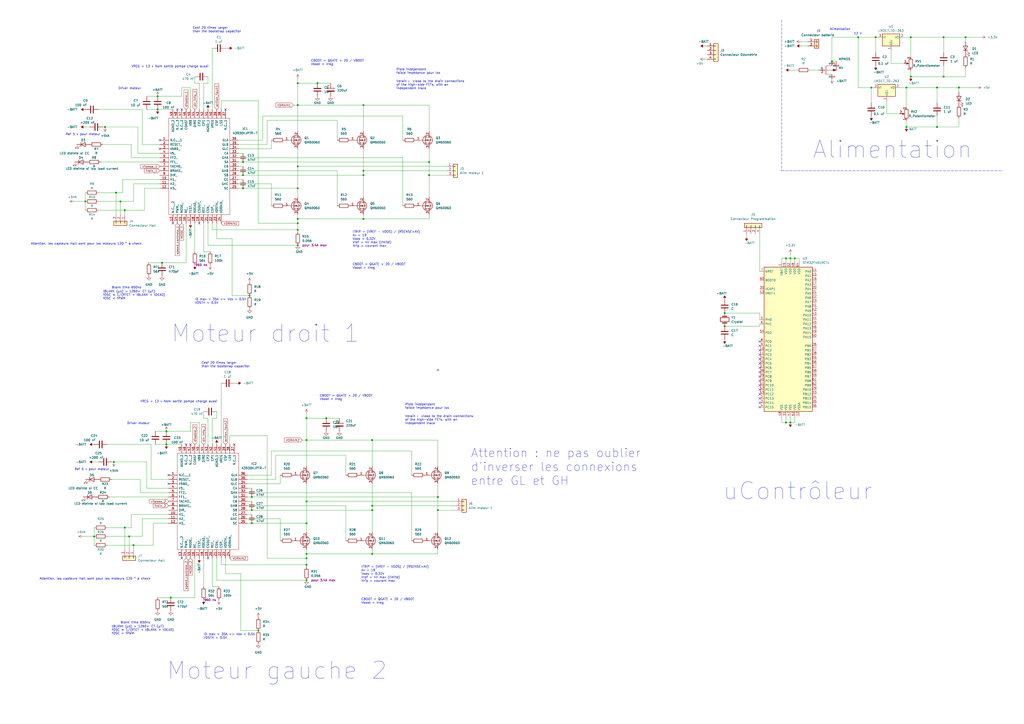
<source format=kicad_sch>
(kicad_sch (version 20211123) (generator eeschema)
  (paper "A2")
  (junction (at 54.61 311.15))
  (junction (at 248.92 93.98))
  (junction (at 215.9 295.91))
  (junction (at 543.56 50.8))
  (junction (at 74.93 311.15))
  (junction (at 505.46 50.8))
  (junction (at 91.44 63.5))
  (junction (at 210.82 101.6))
  (junction (at 172.72 133.35))
  (junction (at 461.01 149.86))
  (junction (at 177.8 327.66))
  (junction (at 69.85 116.84))
  (junction (at 458.47 245.11))
  (junction (at 528.32 21.59))
  (junction (at 172.72 129.54))
  (junction (at 149.86 365.76))
  (junction (at 172.72 48.26))
  (junction (at 172.72 142.24))
  (junction (at 49.53 116.84))
  (junction (at 254 295.91))
  (junction (at 172.72 96.52))
  (junction (at 248.92 101.6))
  (junction (at 172.72 60.96))
  (junction (at 177.8 255.27))
  (junction (at 177.8 323.85))
  (junction (at 93.98 152.4))
  (junction (at 177.8 290.83))
  (junction (at 543.56 73.66))
  (junction (at 146.05 288.29))
  (junction (at 254 288.29))
  (junction (at 420.37 181.61))
  (junction (at 67.31 111.76))
  (junction (at 455.93 245.11))
  (junction (at 556.26 50.8))
  (junction (at 455.93 149.86))
  (junction (at 96.52 257.81))
  (junction (at 172.72 127))
  (junction (at 189.23 242.57))
  (junction (at 528.32 44.45))
  (junction (at 140.97 93.98))
  (junction (at 525.78 73.66))
  (junction (at 184.15 48.26))
  (junction (at 525.78 50.8))
  (junction (at 96.52 250.19))
  (junction (at 210.82 127))
  (junction (at 508 21.59))
  (junction (at 146.05 303.53))
  (junction (at 140.97 101.6))
  (junction (at 146.05 295.91))
  (junction (at 140.97 109.22))
  (junction (at 66.04 267.97))
  (junction (at 215.9 321.31))
  (junction (at 458.47 149.86))
  (junction (at 172.72 109.22))
  (junction (at 215.9 293.37))
  (junction (at 547.37 44.45))
  (junction (at 177.8 321.31))
  (junction (at 560.07 21.59))
  (junction (at 482.6 35.56))
  (junction (at 72.39 121.92))
  (junction (at 210.82 99.06))
  (junction (at 177.8 242.57))
  (junction (at 177.8 336.55))
  (junction (at 420.37 189.23))
  (junction (at 497.84 21.59))
  (junction (at 210.82 60.96))
  (junction (at 60.96 73.66))
  (junction (at 77.47 316.23))
  (junction (at 72.39 306.07))
  (junction (at 215.9 255.27))
  (junction (at 99.06 346.71))
  (junction (at 91.44 55.88))
  (junction (at 177.8 303.53))
  (junction (at 144.78 171.45))
  (junction (at 547.37 21.59))
  (no_connect (at 107.95 257.81))
  (no_connect (at 120.65 323.85))
  (no_connect (at 135.89 257.81))
  (no_connect (at 97.79 275.59))
  (no_connect (at 105.41 323.85))
  (no_connect (at 92.71 86.36))
  (no_connect (at 92.71 81.28))
  (no_connect (at 115.57 129.54))
  (no_connect (at 440.69 236.22))
  (no_connect (at 440.69 233.68))
  (no_connect (at 440.69 231.14))
  (no_connect (at 440.69 228.6))
  (no_connect (at 440.69 226.06))
  (no_connect (at 440.69 223.52))
  (no_connect (at 440.69 220.98))
  (no_connect (at 440.69 218.44))
  (no_connect (at 440.69 215.9))
  (no_connect (at 440.69 213.36))
  (no_connect (at 440.69 210.82))
  (no_connect (at 440.69 208.28))
  (no_connect (at 440.69 205.74))
  (no_connect (at 440.69 203.2))
  (no_connect (at 440.69 200.66))
  (no_connect (at 440.69 198.12))
  (no_connect (at 105.41 63.5))
  (no_connect (at 102.87 63.5))
  (no_connect (at 254 214.63))
  (no_connect (at 130.81 63.5))
  (no_connect (at 247.65 548.64))
  (no_connect (at 100.33 129.54))
  (no_connect (at 110.49 257.81))
  (no_connect (at 97.79 280.67))
  (wire (pts (xy 410.21 34.29) (xy 408.94 34.29)))
  (wire (pts (xy 154.94 69.85) (xy 195.58 69.85)))
  (wire (pts (xy 110.49 63.5) (xy 110.49 50.8)))
  (wire (pts (xy 440.69 189.23) (xy 420.37 189.23)))
  (wire (pts (xy 92.71 104.14) (xy 71.12 104.14)))
  (wire (pts (xy 66.04 267.97) (xy 85.09 267.97)))
  (wire (pts (xy 440.69 135.89) (xy 440.69 157.48)))
  (wire (pts (xy 210.82 60.96) (xy 210.82 76.2)))
  (wire (pts (xy 233.68 91.44) (xy 233.68 119.38)))
  (wire (pts (xy 254 280.67) (xy 254 288.29)))
  (polyline (pts (xy 453.39 11.43) (xy 453.39 99.06)))
  (wire (pts (xy 113.03 323.85) (xy 113.03 346.71)))
  (wire (pts (xy 110.49 250.19) (xy 96.52 250.19)))
  (wire (pts (xy 93.98 152.4) (xy 107.95 152.4)))
  (wire (pts (xy 118.11 129.54) (xy 118.11 146.05)))
  (wire (pts (xy 547.37 44.45) (xy 528.32 44.45)))
  (wire (pts (xy 497.84 21.59) (xy 497.84 50.8)))
  (wire (pts (xy 152.4 81.28) (xy 152.4 67.31)))
  (wire (pts (xy 138.43 83.82) (xy 154.94 83.82)))
  (wire (pts (xy 76.2 91.44) (xy 76.2 83.82)))
  (wire (pts (xy 195.58 99.06) (xy 195.58 119.38)))
  (wire (pts (xy 458.47 241.3) (xy 458.47 245.11)))
  (wire (pts (xy 525.78 50.8) (xy 525.78 62.23)))
  (wire (pts (xy 172.72 127) (xy 172.72 129.54)))
  (wire (pts (xy 177.8 240.03) (xy 177.8 242.57)))
  (wire (pts (xy 57.15 116.84) (xy 69.85 116.84)))
  (wire (pts (xy 453.39 149.86) (xy 455.93 149.86)))
  (wire (pts (xy 97.79 303.53) (xy 88.9 303.53)))
  (wire (pts (xy 463.55 149.86) (xy 463.55 152.4)))
  (wire (pts (xy 54.61 267.97) (xy 57.15 267.97)))
  (wire (pts (xy 433.07 137.16) (xy 433.07 135.89)))
  (wire (pts (xy 547.37 21.59) (xy 547.37 30.48)))
  (wire (pts (xy 248.92 60.96) (xy 248.92 76.2)))
  (wire (pts (xy 254 295.91) (xy 264.16 295.91)))
  (wire (pts (xy 254 255.27) (xy 254 270.51)))
  (wire (pts (xy 49.53 116.84) (xy 49.53 121.92)))
  (wire (pts (xy 458.47 149.86) (xy 461.01 149.86)))
  (wire (pts (xy 184.15 48.26) (xy 191.77 48.26)))
  (wire (pts (xy 177.8 255.27) (xy 215.9 255.27)))
  (wire (pts (xy 210.82 99.06) (xy 259.08 99.06)))
  (wire (pts (xy 482.6 21.59) (xy 497.84 21.59)))
  (wire (pts (xy 172.72 129.54) (xy 172.72 133.35)))
  (wire (pts (xy 146.05 295.91) (xy 215.9 295.91)))
  (wire (pts (xy 96.52 257.81) (xy 105.41 257.81)))
  (wire (pts (xy 138.43 93.98) (xy 140.97 93.98)))
  (wire (pts (xy 115.57 257.81) (xy 115.57 245.11)))
  (wire (pts (xy 556.26 73.66) (xy 543.56 73.66)))
  (wire (pts (xy 172.72 45.72) (xy 172.72 48.26)))
  (wire (pts (xy 172.72 127) (xy 210.82 127)))
  (wire (pts (xy 157.48 261.62) (xy 238.76 261.62)))
  (wire (pts (xy 138.43 81.28) (xy 152.4 81.28)))
  (wire (pts (xy 88.9 303.53) (xy 88.9 316.23)))
  (wire (pts (xy 455.93 152.4) (xy 455.93 149.86)))
  (wire (pts (xy 458.47 40.64) (xy 462.28 40.64)))
  (wire (pts (xy 110.49 245.11) (xy 110.49 250.19)))
  (wire (pts (xy 120.65 48.26) (xy 118.11 48.26)))
  (wire (pts (xy 177.8 321.31) (xy 177.8 323.85)))
  (wire (pts (xy 49.53 111.76) (xy 49.53 116.84)))
  (wire (pts (xy 58.42 93.98) (xy 92.71 93.98)))
  (wire (pts (xy 556.26 50.8) (xy 556.26 53.34)))
  (wire (pts (xy 113.03 44.45) (xy 113.03 48.26)))
  (wire (pts (xy 69.85 116.84) (xy 77.47 116.84)))
  (wire (pts (xy 200.66 293.37) (xy 200.66 313.69)))
  (wire (pts (xy 215.9 255.27) (xy 254 255.27)))
  (wire (pts (xy 138.43 88.9) (xy 140.97 88.9)))
  (wire (pts (xy 516.89 36.83) (xy 524.51 36.83)))
  (wire (pts (xy 143.51 293.37) (xy 200.66 293.37)))
  (wire (pts (xy 143.51 280.67) (xy 162.56 280.67)))
  (wire (pts (xy 458.47 245.11) (xy 461.01 245.11)))
  (wire (pts (xy 123.19 27.94) (xy 123.19 63.5)))
  (wire (pts (xy 128.27 323.85) (xy 128.27 327.66)))
  (wire (pts (xy 92.71 83.82) (xy 82.55 83.82)))
  (wire (pts (xy 162.56 300.99) (xy 162.56 313.69)))
  (wire (pts (xy 99.06 346.71) (xy 113.03 346.71)))
  (wire (pts (xy 115.57 48.26) (xy 115.57 63.5)))
  (wire (pts (xy 543.56 73.66) (xy 525.78 73.66)))
  (wire (pts (xy 172.72 48.26) (xy 172.72 60.96)))
  (wire (pts (xy 86.36 152.4) (xy 93.98 152.4)))
  (wire (pts (xy 72.39 306.07) (xy 72.39 318.77)))
  (wire (pts (xy 172.72 60.96) (xy 172.72 76.2)))
  (wire (pts (xy 140.97 101.6) (xy 210.82 101.6)))
  (wire (pts (xy 162.56 280.67) (xy 162.56 275.59)))
  (wire (pts (xy 125.73 138.43) (xy 134.62 138.43)))
  (wire (pts (xy 83.82 109.22) (xy 83.82 121.92)))
  (wire (pts (xy 560.07 21.59) (xy 568.96 21.59)))
  (wire (pts (xy 238.76 261.62) (xy 238.76 275.59)))
  (wire (pts (xy 172.72 86.36) (xy 172.72 96.52)))
  (wire (pts (xy 118.11 323.85) (xy 118.11 340.36)))
  (wire (pts (xy 556.26 68.58) (xy 556.26 73.66)))
  (wire (pts (xy 71.12 111.76) (xy 67.31 111.76)))
  (wire (pts (xy 149.86 58.42) (xy 149.86 129.54)))
  (wire (pts (xy 76.2 83.82) (xy 59.69 83.82)))
  (wire (pts (xy 143.51 298.45) (xy 146.05 298.45)))
  (wire (pts (xy 138.43 96.52) (xy 140.97 96.52)))
  (wire (pts (xy 120.65 242.57) (xy 120.65 257.81)))
  (wire (pts (xy 200.66 264.16) (xy 200.66 275.59)))
  (wire (pts (xy 461.01 149.86) (xy 463.55 149.86)))
  (wire (pts (xy 560.07 39.37) (xy 560.07 44.45)))
  (wire (pts (xy 172.72 60.96) (xy 210.82 60.96)))
  (wire (pts (xy 143.51 288.29) (xy 146.05 288.29)))
  (wire (pts (xy 72.39 121.92) (xy 57.15 121.92)))
  (wire (pts (xy 143.51 285.75) (xy 238.76 285.75)))
  (wire (pts (xy 215.9 293.37) (xy 215.9 295.91)))
  (wire (pts (xy 54.61 311.15) (xy 54.61 316.23)))
  (wire (pts (xy 80.01 73.66) (xy 80.01 88.9)))
  (wire (pts (xy 91.44 63.5) (xy 100.33 63.5)))
  (wire (pts (xy 76.2 298.45) (xy 76.2 306.07)))
  (wire (pts (xy 210.82 101.6) (xy 210.82 114.3)))
  (wire (pts (xy 72.39 121.92) (xy 72.39 124.46)))
  (wire (pts (xy 482.6 35.56) (xy 485.14 35.56)))
  (wire (pts (xy 453.39 152.4) (xy 453.39 149.86)))
  (wire (pts (xy 177.8 318.77) (xy 177.8 321.31)))
  (wire (pts (xy 138.43 101.6) (xy 140.97 101.6)))
  (wire (pts (xy 125.73 242.57) (xy 123.19 242.57)))
  (wire (pts (xy 233.68 67.31) (xy 233.68 81.28)))
  (wire (pts (xy 143.51 278.13) (xy 160.02 278.13)))
  (wire (pts (xy 120.65 142.24) (xy 172.72 142.24)))
  (wire (pts (xy 525.78 69.85) (xy 525.78 73.66)))
  (wire (pts (xy 154.94 323.85) (xy 177.8 323.85)))
  (wire (pts (xy 215.9 255.27) (xy 215.9 270.51)))
  (wire (pts (xy 215.9 295.91) (xy 215.9 308.61)))
  (wire (pts (xy 508 21.59) (xy 508 30.48)))
  (wire (pts (xy 76.2 91.44) (xy 92.71 91.44)))
  (wire (pts (xy 514.35 66.04) (xy 514.35 58.42)))
  (wire (pts (xy 138.43 106.68) (xy 157.48 106.68)))
  (wire (pts (xy 524.51 21.59) (xy 528.32 21.59)))
  (wire (pts (xy 63.5 288.29) (xy 97.79 288.29)))
  (wire (pts (xy 172.72 96.52) (xy 172.72 109.22)))
  (wire (pts (xy 134.62 171.45) (xy 144.78 171.45)))
  (wire (pts (xy 138.43 86.36) (xy 157.48 86.36)))
  (wire (pts (xy 88.9 316.23) (xy 77.47 316.23)))
  (wire (pts (xy 458.47 147.32) (xy 458.47 149.86)))
  (wire (pts (xy 143.51 290.83) (xy 146.05 290.83)))
  (wire (pts (xy 143.51 283.21) (xy 146.05 283.21)))
  (wire (pts (xy 87.63 257.81) (xy 62.23 257.81)))
  (wire (pts (xy 138.43 109.22) (xy 140.97 109.22)))
  (wire (pts (xy 123.19 340.36) (xy 127 340.36)))
  (wire (pts (xy 118.11 146.05) (xy 121.92 146.05)))
  (wire (pts (xy 215.9 321.31) (xy 254 321.31)))
  (wire (pts (xy 248.92 101.6) (xy 259.08 101.6)))
  (wire (pts (xy 543.56 67.31) (xy 543.56 73.66)))
  (wire (pts (xy 59.69 73.66) (xy 60.96 73.66)))
  (wire (pts (xy 505.46 50.8) (xy 506.73 50.8)))
  (wire (pts (xy 210.82 127) (xy 248.92 127)))
  (wire (pts (xy 248.92 86.36) (xy 248.92 93.98)))
  (wire (pts (xy 81.28 278.13) (xy 64.77 278.13)))
  (wire (pts (xy 547.37 38.1) (xy 547.37 44.45)))
  (wire (pts (xy 105.41 55.88) (xy 91.44 55.88)))
  (wire (pts (xy 238.76 285.75) (xy 238.76 313.69)))
  (wire (pts (xy 455.93 245.11) (xy 458.47 245.11)))
  (wire (pts (xy 125.73 323.85) (xy 125.73 336.55)))
  (wire (pts (xy 440.69 181.61) (xy 440.69 185.42)))
  (wire (pts (xy 49.53 73.66) (xy 52.07 73.66)))
  (wire (pts (xy 528.32 40.64) (xy 528.32 44.45)))
  (wire (pts (xy 62.23 311.15) (xy 74.93 311.15)))
  (wire (pts (xy 130.81 332.74) (xy 139.7 332.74)))
  (wire (pts (xy 128.27 63.5) (xy 128.27 58.42)))
  (wire (pts (xy 123.19 133.35) (xy 172.72 133.35)))
  (wire (pts (xy 146.05 303.53) (xy 177.8 303.53)))
  (wire (pts (xy 505.46 50.8) (xy 497.84 50.8)))
  (wire (pts (xy 528.32 21.59) (xy 547.37 21.59)))
  (wire (pts (xy 128.27 222.25) (xy 128.27 257.81)))
  (wire (pts (xy 91.44 346.71) (xy 99.06 346.71)))
  (wire (pts (xy 82.55 63.5) (xy 57.15 63.5)))
  (wire (pts (xy 97.79 298.45) (xy 76.2 298.45)))
  (wire (pts (xy 90.17 250.19) (xy 96.52 250.19)))
  (wire (pts (xy 85.09 63.5) (xy 91.44 63.5)))
  (wire (pts (xy 71.12 104.14) (xy 71.12 111.76)))
  (wire (pts (xy 215.9 318.77) (xy 215.9 321.31)))
  (wire (pts (xy 120.65 44.45) (xy 120.65 48.26)))
  (wire (pts (xy 77.47 316.23) (xy 77.47 318.77)))
  (wire (pts (xy 69.85 124.46) (xy 69.85 116.84)))
  (wire (pts (xy 60.96 73.66) (xy 80.01 73.66)))
  (wire (pts (xy 469.9 40.64) (xy 474.98 40.64)))
  (wire (pts (xy 248.92 93.98) (xy 248.92 101.6)))
  (wire (pts (xy 248.92 127) (xy 248.92 124.46)))
  (wire (pts (xy 74.93 311.15) (xy 82.55 311.15)))
  (wire (pts (xy 505.46 50.8) (xy 505.46 59.69)))
  (wire (pts (xy 43.18 116.84) (xy 49.53 116.84)))
  (wire (pts (xy 157.48 275.59) (xy 157.48 261.62)))
  (wire (pts (xy 74.93 318.77) (xy 74.93 311.15)))
  (wire (pts (xy 177.8 327.66) (xy 177.8 328.93)))
  (wire (pts (xy 152.4 67.31) (xy 233.68 67.31)))
  (wire (pts (xy 115.57 245.11) (xy 110.49 245.11)))
  (wire (pts (xy 215.9 293.37) (xy 264.16 293.37)))
  (wire (pts (xy 77.47 116.84) (xy 77.47 106.68)))
  (wire (pts (xy 82.55 83.82) (xy 82.55 63.5)))
  (wire (pts (xy 83.82 121.92) (xy 72.39 121.92)))
  (wire (pts (xy 105.41 50.8) (xy 105.41 55.88)))
  (wire (pts (xy 453.39 241.3) (xy 453.39 245.11)))
  (wire (pts (xy 464.82 26.67) (xy 468.63 26.67)))
  (wire (pts (xy 508 21.59) (xy 509.27 21.59)))
  (wire (pts (xy 80.01 88.9) (xy 92.71 88.9)))
  (wire (pts (xy 113.03 129.54) (xy 113.03 146.05)))
  (wire (pts (xy 81.28 285.75) (xy 97.79 285.75)))
  (wire (pts (xy 177.8 242.57) (xy 189.23 242.57)))
  (wire (pts (xy 172.72 96.52) (xy 259.08 96.52)))
  (wire (pts (xy 92.71 109.22) (xy 83.82 109.22)))
  (wire (pts (xy 410.21 26.67) (xy 408.94 26.67)))
  (wire (pts (xy 514.35 66.04) (xy 521.97 66.04)))
  (wire (pts (xy 113.03 48.26) (xy 115.57 48.26)))
  (wire (pts (xy 157.48 106.68) (xy 157.48 119.38)))
  (wire (pts (xy 125.73 238.76) (xy 125.73 242.57)))
  (wire (pts (xy 128.27 58.42) (xy 149.86 58.42)))
  (wire (pts (xy 177.8 290.83) (xy 177.8 303.53)))
  (wire (pts (xy 177.8 303.53) (xy 177.8 308.61)))
  (wire (pts (xy 482.6 35.56) (xy 482.6 21.59)))
  (wire (pts (xy 177.8 242.57) (xy 177.8 255.27)))
  (wire (pts (xy 177.8 321.31) (xy 215.9 321.31)))
  (wire (pts (xy 497.84 21.59) (xy 508 21.59)))
  (polyline (pts (xy 453.39 99.06) (xy 581.66 99.06)))
  (wire (pts (xy 543.56 50.8) (xy 556.26 50.8)))
  (wire (pts (xy 77.47 106.68) (xy 92.71 106.68)))
  (wire (pts (xy 177.8 323.85) (xy 177.8 327.66)))
  (wire (pts (xy 170.18 60.96) (xy 172.72 60.96)))
  (wire (pts (xy 254 288.29) (xy 254 295.91)))
  (wire (pts (xy 516.89 36.83) (xy 516.89 29.21)))
  (wire (pts (xy 215.9 280.67) (xy 215.9 293.37)))
  (wire (pts (xy 172.72 124.46) (xy 172.72 127)))
  (wire (pts (xy 177.8 255.27) (xy 177.8 270.51)))
  (wire (pts (xy 154.94 252.73) (xy 154.94 323.85)))
  (wire (pts (xy 85.09 283.21) (xy 97.79 283.21)))
  (wire (pts (xy 48.26 311.15) (xy 54.61 311.15)))
  (wire (pts (xy 210.82 86.36) (xy 210.82 99.06)))
  (wire (pts (xy 143.51 275.59) (xy 157.48 275.59)))
  (wire (pts (xy 107.95 129.54) (xy 107.95 152.4)))
  (wire (pts (xy 143.51 295.91) (xy 146.05 295.91)))
  (wire (pts (xy 154.94 83.82) (xy 154.94 69.85)))
  (wire (pts (xy 123.19 242.57) (xy 123.19 257.81)))
  (wire (pts (xy 54.61 306.07) (xy 54.61 311.15)))
  (wire (pts (xy 110.49 50.8) (xy 105.41 50.8)))
  (wire (pts (xy 195.58 69.85) (xy 195.58 81.28)))
  (wire (pts (xy 543.56 50.8) (xy 543.56 59.69)))
  (wire (pts (xy 453.39 245.11) (xy 455.93 245.11)))
  (wire (pts (xy 143.51 300.99) (xy 162.56 300.99)))
  (wire (pts (xy 123.19 129.54) (xy 123.19 133.35)))
  (wire (pts (xy 143.51 303.53) (xy 146.05 303.53)))
  (wire (pts (xy 97.79 278.13) (xy 87.63 278.13)))
  (wire (pts (xy 125.73 129.54) (xy 125.73 138.43)))
  (wire (pts (xy 254 321.31) (xy 254 318.77)))
  (wire (pts (xy 140.97 93.98) (xy 248.92 93.98)))
  (wire (pts (xy 130.81 27.94) (xy 132.08 27.94)))
  (wire (pts (xy 556.26 50.8) (xy 566.42 50.8)))
  (wire (pts (xy 67.31 111.76) (xy 57.15 111.76)))
  (wire (pts (xy 248.92 101.6) (xy 248.92 114.3)))
  (wire (pts (xy 118.11 238.76) (xy 118.11 242.57)))
  (wire (pts (xy 64.77 267.97) (xy 66.04 267.97)))
  (wire (pts (xy 85.09 55.88) (xy 91.44 55.88)))
  (wire (pts (xy 177.8 280.67) (xy 177.8 290.83)))
  (wire (pts (xy 82.55 300.99) (xy 97.79 300.99)))
  (wire (pts (xy 420.37 181.61) (xy 440.69 181.61)))
  (wire (pts (xy 146.05 288.29) (xy 254 288.29)))
  (wire (pts (xy 210.82 124.46) (xy 210.82 127)))
  (wire (pts (xy 149.86 129.54) (xy 172.72 129.54)))
  (wire (pts (xy 172.72 133.35) (xy 172.72 134.62)))
  (wire (pts (xy 128.27 327.66) (xy 177.8 327.66)))
  (wire (pts (xy 77.47 316.23) (xy 62.23 316.23)))
  (wire (pts (xy 458.47 149.86) (xy 458.47 152.4)))
  (wire (pts (xy 72.39 306.07) (xy 62.23 306.07)))
  (wire (pts (xy 525.78 50.8) (xy 543.56 50.8)))
  (wire (pts (xy 455.93 149.86) (xy 458.47 149.86)))
  (wire (pts (xy 440.69 187.96) (xy 440.69 189.23)))
  (wire (pts (xy 547.37 21.59) (xy 560.07 21.59)))
  (wire (pts (xy 134.62 138.43) (xy 134.62 171.45)))
  (wire (pts (xy 138.43 99.06) (xy 195.58 99.06)))
  (wire (pts (xy 172.72 48.26) (xy 184.15 48.26)))
  (wire (pts (xy 81.28 285.75) (xy 81.28 278.13)))
  (wire (pts (xy 67.31 111.76) (xy 67.31 124.46)))
  (wire (pts (xy 157.48 86.36) (xy 157.48 81.28)))
  (wire (pts (xy 139.7 365.76) (xy 149.86 365.76)))
  (wire (pts (xy 254 295.91) (xy 254 308.61)))
  (wire (pts (xy 160.02 278.13) (xy 160.02 264.16)))
  (wire (pts (xy 140.97 109.22) (xy 172.72 109.22)))
  (wire (pts (xy 177.8 290.83) (xy 264.16 290.83)))
  (wire (pts (xy 133.35 252.73) (xy 154.94 252.73)))
  (wire (pts (xy 118.11 242.57) (xy 120.65 242.57)))
  (wire (pts (xy 125.73 336.55) (xy 177.8 336.55)))
  (wire (pts (xy 139.7 332.74) (xy 139.7 365.76)))
  (wire (pts (xy 160.02 264.16) (xy 200.66 264.16)))
  (wire (pts (xy 464.82 24.13) (xy 468.63 24.13)))
  (wire (pts (xy 118.11 48.26) (xy 118.11 63.5)))
  (wire (pts (xy 455.93 241.3) (xy 455.93 245.11)))
  (wire (pts (xy 210.82 60.96) (xy 248.92 60.96)))
  (wire (pts (xy 560.07 21.59) (xy 560.07 24.13)))
  (wire (pts (xy 521.97 50.8) (xy 525.78 50.8)))
  (wire (pts (xy 189.23 242.57) (xy 196.85 242.57)))
  (wire (pts (xy 210.82 99.06) (xy 210.82 101.6)))
  (wire (pts (xy 461.01 241.3) (xy 461.01 245.11)))
  (wire (pts (xy 133.35 257.81) (xy 133.35 252.73)))
  (wire (pts (xy 138.43 104.14) (xy 140.97 104.14)))
  (wire (pts (xy 175.26 255.27) (xy 177.8 255.27)))
  (wire (pts (xy 90.17 257.81) (xy 96.52 257.81)))
  (wire (pts (xy 560.07 44.45) (xy 547.37 44.45)))
  (wire (pts (xy 461.01 149.86) (xy 461.01 152.4)))
  (wire (pts (xy 172.72 109.22) (xy 172.72 114.3)))
  (wire (pts (xy 87.63 278.13) (xy 87.63 257.81)))
  (wire (pts (xy 76.2 306.07) (xy 72.39 306.07)))
  (wire (pts (xy 123.19 323.85) (xy 123.19 340.36)))
  (wire (pts (xy 85.09 267.97) (xy 85.09 283.21)))
  (wire (pts (xy 82.55 311.15) (xy 82.55 300.99)))
  (wire (pts (xy 138.43 91.44) (xy 233.68 91.44)))
  (wire (pts (xy 120.65 129.54) (xy 120.65 142.24)))
  (wire (pts (xy 135.89 222.25) (xy 137.16 222.25)))
  (wire (pts (xy 528.32 21.59) (xy 528.32 33.02)))
  (wire (pts (xy 130.81 323.85) (xy 130.81 332.74)))
  (text "12 V" (at 495.3 20.32 0) (effects (font (size 1.27 1.27)) (justify left bottom)))
  (text "Driver moteur " (at 73.66 246.38 0) (effects (font (size 1.27 1.27)) (justify left bottom)))
  (text "Piste indépendant \nfaible impédance pour lss\n" (at 234.95 237.49 0) (effects (font (size 1.27 1.27)) (justify left bottom)))
  (text "Attention, les capteurs Hall sont pour les moteurs 120 ° à check " (at 17.78 142.24 0) (effects (font (size 1.27 1.27)) (justify left bottom)))
  (text "tBLANK (µs) = 1260×  CT (µF)\nfOSC ≈ 1/(RTCT + tBLANK + tDEAD) \nfOSC < fPWM" (at 64.77 368.3 0) (effects (font (size 1.27 1.27)) (justify left bottom)))
  (text "Blank time 650ns" (at 64.77 167.64 0) (effects (font (size 1.27 1.27)) (justify left bottom)))
  (text "ID max = 35A => Vds = 0.5V\nVDSTH = 0.5V" (at 113.03 176.53 0) (effects (font (size 1.27 1.27)) (justify left bottom)))
  (text "VREG = 13 v Nom sortie pompe charge aussi " (at 81.28 233.68 0) (effects (font (size 1.27 1.27)) (justify left bottom)))
  (text "Vdrain :  close to the drain connections \nof the high-side FETs, with an \nindependent trace" (at 234.95 246.38 0) (effects (font (size 1.27 1.27)) (justify left bottom)))
  (text "Ref 5 v pour moteur " (at 43.18 273.05 0) (effects (font (size 1.27 1.27)) (justify left bottom)))
  (text "ID max = 35A => Vds = 0.5V\nVDSTH = 0.5V" (at 118.11 370.84 0) (effects (font (size 1.27 1.27)) (justify left bottom)))
  (text "Attention, les capteurs Hall sont pour les moteurs 120 ° à check " (at 22.86 336.55 0) (effects (font (size 1.27 1.27)) (justify left bottom)))
  (text "Ref 5 v pour moteur " (at 38.1 78.74 0) (effects (font (size 1.27 1.27)) (justify left bottom)))
  (text "Cesf 20 times larger \nthan the bootstrap capacitor" (at 116.84 213.36 0) (effects (font (size 1.27 1.27)) (justify left bottom)))
  (text "VREG = 13 v Nom sortie pompe charge aussi " (at 76.2 39.37 0) (effects (font (size 1.27 1.27)) (justify left bottom)))
  (text "ITRIP = (VREF - VOOS) / (RSENSE×AV)\nAv = 19\nVoos = 0.32V\nVref = 4V max (limité)\nItrip = courant max" (at 209.55 337.82 0) (effects (font (size 1.27 1.27)) (justify left bottom)))
  (text "CBOOT = QGATE × 20 / VBOOT\nVboot = Vreg\n" (at 185.42 232.41 0) (effects (font (size 1.27 1.27)) (justify left bottom)))
  (text "Piste indépendant \nfaible impédance pour lss\n" (at 229.87 43.18 0) (effects (font (size 1.27 1.27)) (justify left bottom)))
  (text "CBOOT = QGATE × 20 / VBOOT\nVboot = Vreg\n" (at 209.55 350.52 0) (effects (font (size 1.27 1.27)) (justify left bottom)))
  (text "Cesf 20 times larger \nthan the bootstrap capacitor" (at 111.76 19.05 0) (effects (font (size 1.27 1.27)) (justify left bottom)))
  (text "tBLANK (µs) = 1260×  CT (µF)\nfOSC ≈ 1/(RTCT + tBLANK + tDEAD) \nfOSC < fPWM" (at 59.69 173.99 0) (effects (font (size 1.27 1.27)) (justify left bottom)))
  (text "Vdrain :  close to the drain connections \nof the high-side FETs, with an \nindependent trace" (at 229.87 52.07 0) (effects (font (size 1.27 1.27)) (justify left bottom)))
  (text "Driver moteur " (at 68.58 52.07 0) (effects (font (size 1.27 1.27)) (justify left bottom)))
  (text "Moteur droit 1" (at 99.06 199.39 0) (effects (font (size 10 10)) (justify left bottom)))
  (text "uContrôleur" (at 419.1 290.83 0) (effects (font (size 10 10)) (justify left bottom)))
  (text "Attention : ne pas oublier \nd'inverser les connexions \nentre GL et GH " (at 273.05 281.94 0) (effects (font (size 5 5)) (justify left bottom)))
  (text "CBOOT = QGATE × 20 / VBOOT\nVboot = Vreg\n" (at 180.34 38.1 0) (effects (font (size 1.27 1.27)) (justify left bottom)))
  (text "Alimentation" (at 471.17 92.71 0) (effects (font (size 10 10)) (justify left bottom)))
  (text "CBOOT = QGATE × 20 / VBOOT\nVboot = Vreg\n" (at 204.47 156.21 0) (effects (font (size 1.27 1.27)) (justify left bottom)))
  (text "Blank time 650ns" (at 69.85 361.95 0) (effects (font (size 1.27 1.27)) (justify left bottom)))
  (text "Alimentation " (at 481.33 17.78 0) (effects (font (size 1.27 1.27)) (justify left bottom)))
  (text "Moteur gauche 2" (at 96.52 394.97 0) (effects (font (size 10 10)) (justify left bottom)))
  (text "ITRIP = (VREF - VOOS) / (RSENSE×AV)\nAv = 19\nVoos = 0.32V\nVref = 4V max (limité)\nItrip = courant max" (at 204.47 143.51 0) (effects (font (size 1.27 1.27)) (justify left bottom)))
  (global_label "speed_controle_2" (shape input) (at 107.95 323.85 270) (property "Intersheet References" "${INTERSHEET_REFS}" (effects hide)))
  (global_label "vitesse_1" (shape input) (at 92.71 96.52 180) (property "Intersheet References" "${INTERSHEET_REFS}" (effects hide)))
  (global_label "MODE_2" (shape input) (at 110.49 323.85 270) (property "Intersheet References" "${INTERSHEET_REFS}" (effects hide)))
  (global_label "frein_2" (shape input) (at 97.79 293.37 180) (property "Intersheet References" "${INTERSHEET_REFS}" (effects hide)))
  (global_label "VDRAIN2" (shape input) (at 175.26 255.27 180) (property "Intersheet References" "${INTERSHEET_REFS}" (effects hide)))
  (global_label "speed_controle_1" (shape input) (at 102.87 129.54 270) (property "Intersheet References" "${INTERSHEET_REFS}" (effects hide)))
  (global_label "MODE_1" (shape input) (at 105.41 129.54 270) (property "Intersheet References" "${INTERSHEET_REFS}" (effects hide)))
  (global_label "VDRAIN2" (shape input) (at 133.35 323.85 0) (property "Intersheet References" "${INTERSHEET_REFS}" (effects hide)))
  (global_label "frein_1" (shape input) (at 92.71 99.06 180) (property "Intersheet References" "${INTERSHEET_REFS}" (effects hide)))
  (global_label "dir_info_2" (shape input) (at 118.11 257.81 90) (property "Intersheet References" "${INTERSHEET_REFS}" (effects hide)))
  (global_label "vitesse_2" (shape input) (at 97.79 290.83 180) (property "Intersheet References" "${INTERSHEET_REFS}" (effects hide)))
  (global_label "disable_2" (shape input) (at 113.03 257.81 90) (property "Intersheet References" "${INTERSHEET_REFS}" (effects hide)))
  (global_label "VDRAIN1" (shape input) (at 170.18 60.96 180) (property "Intersheet References" "${INTERSHEET_REFS}" (effects hide)))
  (global_label "dir_info_1" (shape input) (at 113.03 63.5 90) (property "Intersheet References" "${INTERSHEET_REFS}" (effects hide)))
  (global_label "action_fault2" (shape input) (at 130.81 257.81 90) (property "Intersheet References" "${INTERSHEET_REFS}" (effects hide)))
  (global_label "VDRAIN1" (shape input) (at 128.27 129.54 0) (property "Intersheet References" "${INTERSHEET_REFS}" (effects hide)))
  (global_label "action_fault1" (shape input) (at 125.73 63.5 90) (property "Intersheet References" "${INTERSHEET_REFS}" (effects hide)))
  (global_label "disable_1" (shape input) (at 107.95 63.5 90) (property "Intersheet References" "${INTERSHEET_REFS}" (effects hide)))
  (symbol (lib_id "Transistor_FET:QM6006D") (at 246.38 119.38 0) (unit 1)
    (property "Reference" "Q6" (at 252.73 118.1099 0) (effects (justify left)))
    (property "Value" "QM6006D" (at 252.73 120.6499 0) (effects (justify left)))
    (property "Footprint" "Package_TO_SOT_SMD:TO-252-2" (effects hide))
    (property "Datasheet" "http://www.jaolen.com/images/pdf/QM6006D.pdf" (effects hide))
  )
  (symbol (lib_id "Device:R") (at 242.57 275.59 90) (unit 1)
    (property "Reference" "R22" (at 242.57 269.24 90))
    (property "Value" "560" (at 242.57 271.78 90))
  )
  (symbol (lib_id "Device:C") (at 420.37 177.8 0) (unit 1)
    (property "Reference" "C16" (at 424.18 176.5299 0) (effects (justify left)))
    (property "Value" "C" (at 424.18 179.0699 0) (effects (justify left)))
    (property "Footprint" "Capacitor_SMD:C_0805_2012Metric_Pad1.18x1.45mm_HandSolder" (effects hide))
  )
  (symbol (lib_id "power:-BATT") (at 132.08 27.94 270) (unit 1)
    (property "Reference" "#PWR05" (effects hide))
    (property "Value" "-BATT" (at 135.89 27.9399 90) (effects (justify left)))
  )
  (symbol (lib_id "power:+5VA") (at 43.18 116.84 90) (unit 1)
    (property "Reference" "#PWR023" (effects hide))
    (property "Value" "+5VA" (at 39.37 114.3 90) (effects (justify right)))
  )
  (symbol (lib_id "power:GND") (at 93.98 160.02 0) (unit 1)
    (property "Reference" "#PWR031" (effects hide))
    (property "Value" "GND" (at 93.98 165.1 0))
  )
  (symbol (lib_id "Connector_Generic:Conn_01x04") (at 435.61 130.81 90) (unit 1)
    (property "Reference" "J5" (at 436.88 124.46 90))
    (property "Value" "Connecteur Programmation" (at 436.88 127 90))
  )
  (symbol (lib_id "Regulator_Linear:LM317_TO-263") (at 514.35 50.8 0) (unit 1)
    (property "Reference" "U2" (at 514.35 44.45 0))
    (property "Value" "LM317_TO-263" (at 514.35 46.99 0))
    (property "Footprint" "Package_TO_SOT_SMD:TO-263-2" (effects hide))
    (property "Datasheet" "http://www.ti.com/lit/ds/symlink/lm317.pdf" (effects hide))
  )
  (symbol (lib_id "power:+BATT") (at 177.8 240.03 0) (unit 1)
    (property "Reference" "#PWR037" (effects hide))
    (property "Value" "+BATT" (at 177.8 234.95 0))
  )
  (symbol (lib_id "Device:R") (at 204.47 275.59 90) (unit 1)
    (property "Reference" "R21" (at 204.47 269.24 90))
    (property "Value" "560" (at 204.47 271.78 90))
  )
  (symbol (lib_id "Device:R") (at 53.34 121.92 90) (unit 1)
    (property "Reference" "R14" (at 53.34 124.46 90))
    (property "Value" "R" (at 53.34 127 90))
  )
  (symbol (lib_id "Device:C") (at 60.96 267.97 90) (unit 1)
    (property "Reference" "C25" (at 57.15 262.89 90))
    (property "Value" ">200 nF" (at 55.88 265.43 90))
  )
  (symbol (lib_id "power:-BATT") (at 118.11 347.98 180) (unit 1)
    (property "Reference" "#PWR050" (effects hide))
    (property "Value" "-BATT" (at 114.3 353.06 0) (effects (justify right)))
  )
  (symbol (lib_id "power:-BATT") (at 54.61 257.81 90) (unit 1)
    (property "Reference" "#PWR042" (effects hide))
    (property "Value" "-BATT" (at 46.99 257.81 90))
  )
  (symbol (lib_id "MCU_ST_STM32F4:STM32F401RCTx") (at 458.47 195.58 0) (unit 1)
    (property "Reference" "U3" (at 465.5694 149.86 0) (effects (justify left)))
    (property "Value" "STM32F401RCTx" (at 465.5694 152.4 0) (effects (justify left)))
    (property "Footprint" "Package_QFP:LQFP-64_10x10mm_P0.5mm" (effects hide))
    (property "Datasheet" "http://www.st.com/st-web-ui/static/active/en/resource/technical/document/datasheet/DM00086815.pdf" (effects hide))
  )
  (symbol (lib_id "power:+5V") (at 121.92 153.67 180) (unit 1)
    (property "Reference" "#PWR029" (effects hide))
    (property "Value" "+5V" (at 121.92 158.75 0))
  )
  (symbol (lib_id "power:-BATT") (at 528.32 44.45 180) (unit 1)
    (property "Reference" "#PWR09" (effects hide))
    (property "Value" "-BATT" (at 527.05 48.26 0) (effects (justify right)))
  )
  (symbol (lib_id "Device:LED") (at 556.26 57.15 90) (unit 1)
    (property "Reference" "D2" (at 560.07 57.4674 90) (effects (justify right)))
    (property "Value" "LED" (at 560.07 60.0074 90) (effects (justify right)))
  )
  (symbol (lib_id "power:-BATT") (at 525.78 73.66 180) (unit 1)
    (property "Reference" "#PWR022" (effects hide))
    (property "Value" "-BATT" (at 525.78 74.93 0) (effects (justify right)))
  )
  (symbol (lib_id "Device:R") (at 149.86 361.95 0) (unit 1)
    (property "Reference" "R34" (at 152.4 360.6799 0) (effects (justify left)))
    (property "Value" "R" (at 152.4 363.2199 0) (effects (justify left)))
  )
  (symbol (lib_id "power:GND") (at 184.15 55.88 0) (unit 1)
    (property "Reference" "#PWR014" (effects hide))
    (property "Value" "GND" (at 184.15 59.69 0))
  )
  (symbol (lib_id "power:-BATT") (at 420.37 173.99 0) (unit 1)
    (property "Reference" "#PWR033" (effects hide))
    (property "Value" "-BATT" (at 421.64 170.18 0) (effects (justify right)))
  )
  (symbol (lib_id "Device:R") (at 177.8 332.74 0) (unit 1)
    (property "Reference" "R31" (at 180.34 331.4699 0) (effects (justify left)))
    (property "Value" "0.056" (at 180.34 334.0099 0) (effects (justify left)))
    (property "Imax" "pour 3.4A max" (at 180.34 336.55 0) (effects (justify left)))
  )
  (symbol (lib_id "power:+5V") (at 127 347.98 180) (unit 1)
    (property "Reference" "#PWR051" (effects hide))
    (property "Value" "+5V" (at 127 353.06 0))
  )
  (symbol (lib_id "Device:C_Small") (at 146.05 285.75 0) (unit 1)
    (property "Reference" "C26" (at 148.59 284.4862 0) (effects (justify left)))
    (property "Value" "47nF" (at 148.59 287.0262 0) (effects (justify left)))
  )
  (symbol (lib_id "Device:C") (at 508 34.29 0) (unit 1)
    (property "Reference" "C2" (at 511.81 33.0199 0) (effects (justify left)))
    (property "Value" "0,1 uF" (at 509.27 36.83 0) (effects (justify left)))
    (property "Footprint" "Capacitor_SMD:C_0805_2012Metric_Pad1.18x1.45mm_HandSolder" (effects hide))
  )
  (symbol (lib_id "power:-BATT") (at 120.65 63.5 0) (unit 1)
    (property "Reference" "#PWR018" (effects hide))
    (property "Value" "-BATT" (at 120.65 59.69 0))
  )
  (symbol (lib_id "Device:C") (at 55.88 73.66 90) (unit 1)
    (property "Reference" "C12" (at 52.07 68.58 90))
    (property "Value" ">200 nF" (at 50.8 71.12 90))
  )
  (symbol (lib_id "Connector:Screw_Terminal_01x02") (at 473.71 24.13 0) (unit 1)
    (property "Reference" "J1" (at 473.71 17.78 0) (effects (justify left)))
    (property "Value" "Connecteur batterie" (at 464.82 20.32 0) (effects (justify left)))
  )
  (symbol (lib_id "power:+5V") (at 566.42 50.8 270) (unit 1)
    (property "Reference" "#PWR012" (effects hide))
    (property "Value" "+5V" (at 570.23 50.7999 90) (effects (justify left)))
  )
  (symbol (lib_id "Device:LED") (at 46.99 93.98 0) (unit 1)
    (property "Reference" "D4" (at 46.99 91.44 0))
    (property "Value" "LED éteinte si low load current" (at 53.34 97.79 0))
  )
  (symbol (lib_id "Device:R") (at 53.34 116.84 90) (unit 1)
    (property "Reference" "R10" (at 53.34 114.3 90))
    (property "Value" "R" (at 53.34 119.38 90))
  )
  (symbol (lib_id "Connector_Generic:Conn_01x03") (at 74.93 323.85 270) (unit 1)
    (property "Reference" "J7" (at 80.01 322.5799 90) (effects (justify left)))
    (property "Value" "Connecteur Hall" (at 80.01 325.1199 90) (effects (justify left)))
  )
  (symbol (lib_id "Device:R") (at 113.03 149.86 0) (unit 1)
    (property "Reference" "R16" (at 115.57 148.5899 0) (effects (justify left)))
    (property "Value" "56k" (at 115.57 151.1299 0) (effects (justify left)))
    (property "Field4" "960 ns" (at 116.84 153.67 0))
  )
  (symbol (lib_id "Device:R_Potentiometer") (at 528.32 36.83 180) (unit 1)
    (property "Reference" "RV1" (at 530.86 35.5599 0) (effects (justify right)))
    (property "Value" "R_Potentiometer" (at 529.59 38.1 0) (effects (justify right)))
  )
  (symbol (lib_id "power:-BATT") (at 115.57 323.85 180) (unit 1)
    (property "Reference" "#PWR048" (effects hide))
    (property "Value" "-BATT" (at 115.57 332.74 90) (effects (justify right)))
  )
  (symbol (lib_id "power:+3.3V") (at 568.96 21.59 270) (unit 1)
    (property "Reference" "#PWR01" (effects hide))
    (property "Value" "+3.3V" (at 572.77 21.5899 90) (effects (justify left)))
  )
  (symbol (lib_id "Transistor_FET:QM6006D") (at 246.38 81.28 0) (unit 1)
    (property "Reference" "Q3" (at 252.73 80.0099 0) (effects (justify left)))
    (property "Value" "QM6006D" (at 252.73 82.5499 0) (effects (justify left)))
    (property "Footprint" "Package_TO_SOT_SMD:TO-252-2" (effects hide))
    (property "Datasheet" "http://www.jaolen.com/images/pdf/QM6006D.pdf" (effects hide))
  )
  (symbol (lib_id "pspice:MPMOS") (at 480.06 40.64 0) (unit 1)
    (property "Reference" "M1" (at 486.41 39.3699 0) (effects (justify left)))
    (property "Value" "MPMOS" (at 486.41 34.2899 0) (effects (justify left)))
  )
  (symbol (lib_id "Device:R") (at 54.61 93.98 90) (unit 1)
    (property "Reference" "R8" (at 54.61 91.44 90))
    (property "Value" "R" (at 54.61 96.52 90))
    (property "Footprint" "Resistor_SMD:R_0805_2012Metric_Pad1.20x1.40mm_HandSolder" (effects hide))
  )
  (symbol (lib_id "Device:C") (at 543.56 63.5 0) (unit 1)
    (property "Reference" "C11" (at 547.37 62.2299 0) (effects (justify left)))
    (property "Value" "1 uF" (at 547.37 64.7699 0) (effects (justify left)))
    (property "Footprint" "Capacitor_SMD:C_0805_2012Metric_Pad1.18x1.45mm_HandSolder" (effects hide))
  )
  (symbol (lib_id "Device:C") (at 189.23 246.38 0) (unit 1)
    (property "Reference" "C20" (at 193.04 245.1099 0) (effects (justify left)))
    (property "Value" "1uF" (at 193.04 247.6499 0) (effects (justify left)))
  )
  (symbol (lib_id "Device:R") (at 166.37 313.69 90) (unit 1)
    (property "Reference" "R27" (at 166.37 307.34 90))
    (property "Value" "560" (at 166.37 309.88 90))
  )
  (symbol (lib_id "Device:R") (at 466.09 40.64 90) (unit 1)
    (property "Reference" "R2" (at 466.09 34.29 90))
    (property "Value" "R" (at 466.09 36.83 90))
    (property "Footprint" "Resistor_SMD:R_0805_2012Metric_Pad1.20x1.40mm_HandSolder" (effects hide))
  )
  (symbol (lib_id "power:-BATT") (at 91.44 63.5 180) (unit 1)
    (property "Reference" "#PWR017" (effects hide))
    (property "Value" "-BATT" (at 88.9 68.58 0))
  )
  (symbol (lib_id "power:+BATT") (at 172.72 45.72 0) (unit 1)
    (property "Reference" "#PWR010" (effects hide))
    (property "Value" "+BATT" (at 172.72 40.64 0))
  )
  (symbol (lib_id "power:+5VA") (at 60.96 73.66 180) (unit 1)
    (property "Reference" "#PWR021" (effects hide))
    (property "Value" "+5VA" (at 60.96 78.74 0))
  )
  (symbol (lib_id "power:-BATT") (at 96.52 257.81 180) (unit 1)
    (property "Reference" "#PWR043" (effects hide))
    (property "Value" "-BATT" (at 93.98 262.89 0))
  )
  (symbol (lib_id "Device:C") (at 547.37 34.29 0) (unit 1)
    (property "Reference" "C3" (at 551.18 33.0199 0) (effects (justify left)))
    (property "Value" "1 uF" (at 551.18 35.5599 0) (effects (justify left)))
    (property "Footprint" "Capacitor_SMD:C_0805_2012Metric_Pad1.18x1.45mm_HandSolder" (effects hide))
  )
  (symbol (lib_id "Device:R") (at 242.57 313.69 90) (unit 1)
    (property "Reference" "R29" (at 242.57 307.34 90))
    (property "Value" "560" (at 242.57 309.88 90))
  )
  (symbol (lib_id "Device:R") (at 556.26 64.77 0) (unit 1)
    (property "Reference" "R3" (at 558.8 63.4999 0) (effects (justify left)))
    (property "Value" "R" (at 558.8 66.0399 0) (effects (justify left)))
    (property "Footprint" "Resistor_SMD:R_0805_2012Metric_Pad1.20x1.40mm_HandSolder" (effects hide))
  )
  (symbol (lib_id "Device:C_Small") (at 146.05 300.99 0) (unit 1)
    (property "Reference" "C28" (at 148.59 299.7262 0) (effects (justify left)))
    (property "Value" "47nF" (at 148.59 302.2662 0) (effects (justify left)))
  )
  (symbol (lib_id "Device:R") (at 149.86 369.57 0) (unit 1)
    (property "Reference" "R35" (at 152.4 368.2999 0) (effects (justify left)))
    (property "Value" "R" (at 152.4 370.8399 0) (effects (justify left)))
  )
  (symbol (lib_id "Device:R") (at 58.42 306.07 90) (unit 1)
    (property "Reference" "R25" (at 58.42 300.99 90))
    (property "Value" "R" (at 58.42 303.53 90))
  )
  (symbol (lib_id "power:-BATT") (at 508 38.1 180) (unit 1)
    (property "Reference" "#PWR07" (effects hide))
    (property "Value" "-BATT" (at 506.73 41.91 0) (effects (justify right)))
  )
  (symbol (lib_id "power:GND") (at 196.85 250.19 0) (unit 1)
    (property "Reference" "#PWR041" (effects hide))
    (property "Value" "GND" (at 196.85 254 0))
  )
  (symbol (lib_id "Device:C_Small") (at 140.97 106.68 0) (unit 1)
    (property "Reference" "C15" (at 143.51 105.4162 0) (effects (justify left)))
    (property "Value" "47nF" (at 143.51 107.9562 0) (effects (justify left)))
  )
  (symbol (lib_id "Device:R") (at 58.42 316.23 90) (unit 1)
    (property "Reference" "R30" (at 58.42 318.77 90))
    (property "Value" "R" (at 58.42 321.31 90))
  )
  (symbol (lib_id "power:GND") (at 172.72 142.24 0) (unit 1)
    (property "Reference" "#PWR026" (effects hide))
    (property "Value" "GND" (at 171.45 146.05 0) (effects (justify left)))
  )
  (symbol (lib_id "Device:LED") (at 53.34 278.13 0) (unit 1)
    (property "Reference" "D5" (at 53.34 275.59 0))
    (property "Value" "LED éteinte si CC" (at 48.26 283.21 0))
  )
  (symbol (lib_id "power:-BATT") (at 54.61 267.97 90) (unit 1)
    (property "Reference" "#PWR045" (effects hide))
    (property "Value" "-BATT" (at 46.99 267.97 90))
  )
  (symbol (lib_id "Device:R") (at 199.39 119.38 90) (unit 1)
    (property "Reference" "R12" (at 199.39 113.03 90))
    (property "Value" "560" (at 199.39 115.57 90))
  )
  (symbol (lib_id "Device:LED") (at 52.07 288.29 0) (unit 1)
    (property "Reference" "D6" (at 52.07 285.75 0))
    (property "Value" "LED éteinte si low load current" (at 58.42 292.1 0))
  )
  (symbol (lib_id "power:+3.3V") (at 458.47 147.32 0) (unit 1)
    (property "Reference" "#PWR027" (effects hide))
    (property "Value" "+3.3V" (at 458.47 142.24 0))
  )
  (symbol (lib_id "Transistor_FET:QM6006D") (at 251.46 313.69 0) (unit 1)
    (property "Reference" "Q12" (at 257.81 312.4199 0) (effects (justify left)))
    (property "Value" "QM6006D" (at 257.81 314.9599 0) (effects (justify left)))
    (property "Footprint" "Package_TO_SOT_SMD:TO-252-2" (effects hide))
    (property "Datasheet" "http://www.jaolen.com/images/pdf/QM6006D.pdf" (effects hide))
  )
  (symbol (lib_id "Transistor_FET:QM6006D") (at 175.26 275.59 0) (unit 1)
    (property "Reference" "Q7" (at 181.61 274.3199 0) (effects (justify left)))
    (property "Value" "QM6006D" (at 181.61 276.8599 0) (effects (justify left)))
    (property "Footprint" "Package_TO_SOT_SMD:TO-252-2" (effects hide))
    (property "Datasheet" "http://www.jaolen.com/images/pdf/QM6006D.pdf" (effects hide))
  )
  (symbol (lib_id "power:-BATT") (at 113.03 153.67 180) (unit 1)
    (property "Reference" "#PWR028" (effects hide))
    (property "Value" "-BATT" (at 109.22 158.75 0) (effects (justify right)))
  )
  (symbol (lib_id "Device:R") (at 172.72 138.43 0) (unit 1)
    (property "Reference" "R15" (at 175.26 137.1599 0) (effects (justify left)))
    (property "Value" "0.056" (at 175.26 139.6999 0) (effects (justify left)))
    (property "Imax" "pour 3.4A max" (at 175.26 142.24 0) (effects (justify left)))
  )
  (symbol (lib_id "Device:LED") (at 560.07 27.94 90) (unit 1)
    (property "Reference" "D1" (at 563.88 28.2574 90) (effects (justify right)))
    (property "Value" "LED" (at 563.88 30.7974 90) (effects (justify right)))
  )
  (symbol (lib_id "Device:C") (at 127 27.94 90) (unit 1)
    (property "Reference" "C1" (at 127 21.59 90))
    (property "Value" "1 uF" (at 127 24.13 90))
  )
  (symbol (lib_id "Device:C_Polarized") (at 191.77 52.07 0) (unit 1)
    (property "Reference" "C6" (at 195.58 49.9109 0) (effects (justify left)))
    (property "Value" "220uF" (at 195.58 52.4509 0) (effects (justify left)))
  )
  (symbol (lib_id "power:-BATT") (at 505.46 67.31 180) (unit 1)
    (property "Reference" "#PWR019" (effects hide))
    (property "Value" "-BATT" (at 504.19 71.12 0) (effects (justify right)))
  )
  (symbol (lib_id "Device:R") (at 166.37 275.59 90) (unit 1)
    (property "Reference" "R20" (at 166.37 269.24 90))
    (property "Value" "560" (at 166.37 271.78 90))
  )
  (symbol (lib_id "Regulator_Linear:LM317_TO-263") (at 516.89 21.59 0) (unit 1)
    (property "Reference" "U1" (at 516.89 15.24 0))
    (property "Value" "LM317_TO-263" (at 516.89 17.78 0))
    (property "Footprint" "Package_TO_SOT_SMD:TO-263-2" (effects hide))
    (property "Datasheet" "http://www.ti.com/lit/ds/symlink/lm317.pdf" (effects hide))
  )
  (symbol (lib_id "power:-BATT") (at 49.53 73.66 90) (unit 1)
    (property "Reference" "#PWR020" (effects hide))
    (property "Value" "-BATT" (at 41.91 73.66 90))
  )
  (symbol (lib_id "Device:R") (at 59.69 288.29 90) (unit 1)
    (property "Reference" "R24" (at 59.69 285.75 90))
    (property "Value" "R" (at 59.69 290.83 90))
    (property "Footprint" "Resistor_SMD:R_0805_2012Metric_Pad1.20x1.40mm_HandSolder" (effects hide))
  )
  (symbol (lib_id "Device:R") (at 161.29 81.28 90) (unit 1)
    (property "Reference" "R4" (at 161.29 74.93 90))
    (property "Value" "560" (at 161.29 77.47 90))
  )
  (symbol (lib_id "power:-BATT") (at 137.16 222.25 270) (unit 1)
    (property "Reference" "#PWR036" (effects hide))
    (property "Value" "-BATT" (at 140.97 222.2499 90) (effects (justify left)))
  )
  (symbol (lib_id "Device:R") (at 127 344.17 0) (unit 1)
    (property "Reference" "R33" (at 129.54 342.8999 0) (effects (justify left)))
    (property "Value" "100k" (at 129.54 345.4399 0) (effects (justify left)))
  )
  (symbol (lib_id "power:+5V") (at 149.86 358.14 0) (unit 1)
    (property "Reference" "#PWR054" (effects hide))
    (property "Value" "+5V" (at 149.86 353.06 0))
  )
  (symbol (lib_id "power:+BATT") (at 91.44 55.88 0) (unit 1)
    (property "Reference" "#PWR013" (effects hide))
    (property "Value" "+BATT" (at 91.44 52.07 0))
  )
  (symbol (lib_id "A3930:A3930KJPTR-T") (at 92.71 81.28 0) (unit 1)
    (property "Reference" "IC1" (at 142.24 74.7012 0))
    (property "Value" "A3930KJPTR-T" (at 142.24 77.2412 0))
    (property "Footprint" "A3930KJPTR-T:A3930KJPTRT" (effects hide))
    (property "Datasheet" "https://datasheet.datasheetarchive.com/originals/distributors/Datasheets-DGA5/483784.pdf" (effects hide))
    (property "Description" "Automotive Three-Phase BLDC Controller and MOSFET Driver" (effects hide))
    (property "Height" "1.6" (effects hide))
    (property "Manufacturer_Name" "Allegro Microsystems" (effects hide))
    (property "Manufacturer_Part_Number" "A3930KJPTR-T" (effects hide))
    (property "Arrow Part Number" "A3930KJPTR-T" (effects hide))
    (property "Arrow Price/Stock" "https://www.arrow.com/en/products/a3930kjptr-t/allegro-microsystems?region=nac" (effects hide))
  )
  (symbol (lib_id "power:-BATT") (at 420.37 196.85 180) (unit 1)
    (property "Reference" "#PWR035" (effects hide))
    (property "Value" "-BATT" (at 419.1 200.66 0) (effects (justify right)))
  )
  (symbol (lib_id "Device:R") (at 58.42 311.15 90) (unit 1)
    (property "Reference" "R26" (at 58.42 308.61 90))
    (property "Value" "R" (at 58.42 313.69 90))
  )
  (symbol (lib_id "Device:R") (at 60.96 278.13 90) (unit 1)
    (property "Reference" "R23" (at 60.96 280.67 90))
    (property "Value" "R" (at 60.96 283.21 90))
    (property "Footprint" "Resistor_SMD:R_0805_2012Metric_Pad1.20x1.40mm_HandSolder" (effects hide))
  )
  (symbol (lib_id "Transistor_FET:QM6006D") (at 251.46 275.59 0) (unit 1)
    (property "Reference" "Q9" (at 257.81 274.3199 0) (effects (justify left)))
    (property "Value" "QM6006D" (at 257.81 276.8599 0) (effects (justify left)))
    (property "Footprint" "Package_TO_SOT_SMD:TO-252-2" (effects hide))
    (property "Datasheet" "http://www.jaolen.com/images/pdf/QM6006D.pdf" (effects hide))
  )
  (symbol (lib_id "Device:R_Potentiometer") (at 525.78 66.04 180) (unit 1)
    (property "Reference" "RV2" (at 528.32 64.7699 0) (effects (justify right)))
    (property "Value" "R_Potentiometer" (at 527.05 67.31 0) (effects (justify right)))
  )
  (symbol (lib_id "Device:R") (at 121.92 149.86 0) (unit 1)
    (property "Reference" "R17" (at 124.46 148.5899 0) (effects (justify left)))
    (property "Value" "100k" (at 124.46 151.1299 0) (effects (justify left)))
  )
  (symbol (lib_id "Transistor_FET:QM6006D") (at 213.36 275.59 0) (unit 1)
    (property "Reference" "Q8" (at 219.71 274.3199 0) (effects (justify left)))
    (property "Value" "QM6006D" (at 219.71 276.8599 0) (effects (justify left)))
    (property "Footprint" "Package_TO_SOT_SMD:TO-252-2" (effects hide))
    (property "Datasheet" "http://www.jaolen.com/images/pdf/QM6006D.pdf" (effects hide))
  )
  (symbol (lib_id "power:+5VA") (at 66.04 267.97 180) (unit 1)
    (property "Reference" "#PWR046" (effects hide))
    (property "Value" "+5VA" (at 66.04 273.05 0))
  )
  (symbol (lib_id "Device:Crystal") (at 420.37 185.42 270) (unit 1)
    (property "Reference" "Y1" (at 424.18 184.1499 90) (effects (justify left)))
    (property "Value" "Crystal" (at 424.18 186.6899 90) (effects (justify left)))
  )
  (symbol (lib_id "Device:R") (at 55.88 83.82 90) (unit 1)
    (property "Reference" "R7" (at 55.88 86.36 90))
    (property "Value" "R" (at 55.88 88.9 90))
    (property "Footprint" "Resistor_SMD:R_0805_2012Metric_Pad1.20x1.40mm_HandSolder" (effects hide))
  )
  (symbol (lib_id "power:GND") (at 144.78 179.07 0) (unit 1)
    (property "Reference" "#PWR034" (effects hide))
    (property "Value" "GND" (at 144.78 184.15 0))
  )
  (symbol (lib_id "power:-BATT") (at 458.47 40.64 90) (unit 1)
    (property "Reference" "#PWR08" (effects hide))
    (property "Value" "-BATT" (at 454.66 38.1 90) (effects (justify right)))
  )
  (symbol (lib_id "Device:C_Polarized") (at 196.85 246.38 0) (unit 1)
    (property "Reference" "C21" (at 200.66 244.2209 0) (effects (justify left)))
    (property "Value" "220uF" (at 200.66 246.7609 0) (effects (justify left)))
  )
  (symbol (lib_id "Device:R") (at 199.39 81.28 90) (unit 1)
    (property "Reference" "R5" (at 199.39 74.93 90))
    (property "Value" "560" (at 199.39 77.47 90))
  )
  (symbol (lib_id "Device:C_Small") (at 146.05 293.37 0) (unit 1)
    (property "Reference" "C27" (at 148.59 292.1062 0) (effects (justify left)))
    (property "Value" "47nF" (at 148.59 294.6462 0) (effects (justify left)))
  )
  (symbol (lib_id "power:GND") (at 189.23 250.19 0) (unit 1)
    (property "Reference" "#PWR040" (effects hide))
    (property "Value" "GND" (at 189.23 254 0))
  )
  (symbol (lib_id "power:-BATT") (at 49.53 63.5 90) (unit 1)
    (property "Reference" "#PWR016" (effects hide))
    (property "Value" "-BATT" (at 41.91 63.5 90))
  )
  (symbol (lib_id "Device:C") (at 121.92 238.76 90) (unit 1)
    (property "Reference" "C19" (at 114.3 237.49 90))
    (property "Value" "470 nF" (at 114.3 240.03 90))
  )
  (symbol (lib_id "Device:C") (at 116.84 44.45 90) (unit 1)
    (property "Reference" "C4" (at 109.22 43.18 90))
    (property "Value" "470 nF" (at 109.22 45.72 90))
  )
  (symbol (lib_id "Device:R") (at 144.78 167.64 0) (unit 1)
    (property "Reference" "R18" (at 147.32 166.3699 0) (effects (justify left)))
    (property "Value" "R" (at 147.32 168.9099 0) (effects (justify left)))
  )
  (symbol (lib_id "Connector_Generic:Conn_01x04") (at 415.29 29.21 0) (unit 1)
    (property "Reference" "J2" (at 417.83 29.2099 0) (effects (justify left)))
    (property "Value" "Connecteur Odométrie" (at 417.83 31.7499 0) (effects (justify left)))
  )
  (symbol (lib_id "Device:C") (at 132.08 222.25 90) (unit 1)
    (property "Reference" "C18" (at 132.08 215.9 90))
    (property "Value" "1 uF" (at 132.08 218.44 90))
  )
  (symbol (lib_id "Connector_Generic:Conn_01x03") (at 269.24 293.37 0) (unit 1)
    (property "Reference" "J6" (at 271.78 292.0999 0) (effects (justify left)))
    (property "Value" "Alim moteur 1" (at 271.78 294.6399 0) (effects (justify left)))
  )
  (symbol (lib_id "Device:C") (at 99.06 350.52 0) (unit 1)
    (property "Reference" "CT2" (at 102.87 349.2499 0) (effects (justify left)))
    (property "Value" "470pF" (at 102.87 351.7899 0) (effects (justify left)))
  )
  (symbol (lib_id "power:+BATT") (at 96.52 250.19 0) (unit 1)
    (property "Reference" "#PWR039" (effects hide))
    (property "Value" "+BATT" (at 96.52 246.38 0))
  )
  (symbol (lib_id "Device:R") (at 161.29 119.38 90) (unit 1)
    (property "Reference" "R11" (at 161.29 113.03 90))
    (property "Value" "560" (at 161.29 115.57 90))
  )
  (symbol (lib_id "power:GND") (at 149.86 373.38 0) (unit 1)
    (property "Reference" "#PWR055" (effects hide))
    (property "Value" "GND" (at 149.86 378.46 0))
  )
  (symbol (lib_id "Transistor_FET:QM6006D") (at 170.18 81.28 0) (unit 1)
    (property "Reference" "Q1" (at 176.53 80.0099 0) (effects (justify left)))
    (property "Value" "QM6006D" (at 176.53 82.5499 0) (effects (justify left)))
    (property "Footprint" "Package_TO_SOT_SMD:TO-252-2" (effects hide))
    (property "Datasheet" "http://www.jaolen.com/images/pdf/QM6006D.pdf" (effects hide))
  )
  (symbol (lib_id "power:+5VA") (at 48.26 311.15 90) (unit 1)
    (property "Reference" "#PWR047" (effects hide))
    (property "Value" "+5VA" (at 44.45 308.61 90) (effects (justify right)))
  )
  (symbol (lib_id "power:GND") (at 99.06 354.33 0) (unit 1)
    (property "Reference" "#PWR053" (effects hide))
    (property "Value" "GND" (at 99.06 359.41 0))
  )
  (symbol (lib_id "Transistor_FET:QM6006D") (at 170.18 119.38 0) (unit 1)
    (property "Reference" "Q4" (at 176.53 118.1099 0) (effects (justify left)))
    (property "Value" "QM6006D" (at 176.53 120.6499 0) (effects (justify left)))
    (property "Footprint" "Package_TO_SOT_SMD:TO-252-2" (effects hide))
    (property "Datasheet" "http://www.jaolen.com/images/pdf/QM6006D.pdf" (effects hide))
  )
  (symbol (lib_id "Device:C_Small") (at 140.97 99.06 0) (unit 1)
    (property "Reference" "C14" (at 143.51 97.7962 0) (effects (justify left)))
    (property "Value" "47nF" (at 143.51 100.3362 0) (effects (justify left)))
  )
  (symbol (lib_id "Device:R") (at 86.36 156.21 0) (unit 1)
    (property "Reference" "RT1" (at 88.9 154.9399 0) (effects (justify left)))
    (property "Value" "56k" (at 88.9 157.4799 0) (effects (justify left)))
  )
  (symbol (lib_id "power:GND") (at 86.36 160.02 0) (unit 1)
    (property "Reference" "#PWR030" (effects hide))
    (property "Value" "GND" (at 86.36 165.1 0))
  )
  (symbol (lib_id "power:-BATT") (at 110.49 129.54 180) (unit 1)
    (property "Reference" "#PWR024" (effects hide))
    (property "Value" "-BATT" (at 110.49 138.43 90) (effects (justify right)))
  )
  (symbol (lib_id "Device:C") (at 93.98 156.21 0) (unit 1)
    (property "Reference" "CT1" (at 97.79 154.9399 0) (effects (justify left)))
    (property "Value" "470pF" (at 97.79 157.4799 0) (effects (justify left)))
  )
  (symbol (lib_id "Device:LED") (at 48.26 83.82 0) (unit 1)
    (property "Reference" "D3" (at 48.26 81.28 0))
    (property "Value" "LED éteinte si CC" (at 43.18 88.9 0))
  )
  (symbol (lib_id "power:GND") (at 191.77 55.88 0) (unit 1)
    (property "Reference" "#PWR015" (effects hide))
    (property "Value" "GND" (at 191.77 59.69 0))
  )
  (symbol (lib_id "power:-BATT") (at 125.73 257.81 0) (unit 1)
    (property "Reference" "#PWR044" (effects hide))
    (property "Value" "-BATT" (at 125.73 254 0))
  )
  (symbol (lib_id "power:-BATT") (at 408.94 26.67 90) (unit 1)
    (property "Reference" "#PWR03" (effects hide))
    (property "Value" "-BATT" (at 405.13 24.13 90) (effects (justify right)))
  )
  (symbol (lib_id "power:-BATT") (at 464.82 26.67 90) (unit 1)
    (property "Reference" "#PWR04" (effects hide))
    (property "Value" "-BATT" (at 461.01 26.6699 90) (effects (justify left)))
  )
  (symbol (lib_id "Device:C_Small") (at 140.97 91.44 0) (unit 1)
    (property "Reference" "C13" (at 143.51 90.1762 0) (effects (justify left)))
    (property "Value" "47nF" (at 143.51 92.7162 0) (effects (justify left)))
  )
  (symbol (lib_id "Device:R") (at 53.34 111.76 90) (unit 1)
    (property "Reference" "R9" (at 53.34 106.68 90))
    (property "Value" "R" (at 53.34 109.22 90))
  )
  (symbol (lib_id "power:-BATT") (at 433.07 137.16 180) (unit 1)
    (property "Reference" "#PWR025" (effects hide))
    (property "Value" "-BATT" (at 431.8 140.97 0) (effects (justify right)))
  )
  (symbol (lib_id "Device:C") (at 91.44 59.69 180) (unit 1)
    (property "Reference" "C8" (at 97.79 59.69 0))
    (property "Value" "100 nF" (at 97.79 62.23 0))
  )
  (symbol (lib_id "Device:C") (at 90.17 254 180) (unit 1)
    (property "Reference" "C22" (at 83.82 252.73 0))
    (property "Value" "10 uF" (at 83.82 255.27 0))
  )
  (symbol (lib_id "Transistor_FET:QM6006D") (at 208.28 81.28 0) (unit 1)
    (property "Reference" "Q2" (at 214.63 80.0099 0) (effects (justify left)))
    (property "Value" "QM6006D" (at 214.63 82.5499 0) (effects (justify left)))
    (property "Footprint" "Package_TO_SOT_SMD:TO-252-2" (effects hide))
    (property "Datasheet" "http://www.jaolen.com/images/pdf/QM6006D.pdf" (effects hide))
  )
  (symbol (lib_id "Device:C") (at 505.46 63.5 0) (unit 1)
    (property "Reference" "C10" (at 509.27 62.2299 0) (effects (justify left)))
    (property "Value" "0,1 uF" (at 506.73 66.04 0) (effects (justify left)))
    (property "Footprint" "Capacitor_SMD:C_0805_2012Metric_Pad1.18x1.45mm_HandSolder" (effects hide))
  )
  (symbol (lib_id "Connector_Generic:Conn_01x03") (at 264.16 99.06 0) (unit 1)
    (property "Reference" "J3" (at 266.7 97.7899 0) (effects (justify left)))
    (property "Value" "Alim moteur 1" (at 266.7 100.3299 0) (effects (justify left)))
  )
  (symbol (lib_id "power:GND") (at 177.8 336.55 0) (unit 1)
    (property "Reference" "#PWR049" (effects hide))
    (property "Value" "GND" (at 176.53 340.36 0) (effects (justify left)))
  )
  (symbol (lib_id "Device:R") (at 237.49 81.28 90) (unit 1)
    (property "Reference" "R6" (at 237.49 74.93 90))
    (property "Value" "560" (at 237.49 77.47 90))
  )
  (symbol (lib_id "Transistor_FET:QM6006D") (at 175.26 313.69 0) (unit 1)
    (property "Reference" "Q10" (at 181.61 312.4199 0) (effects (justify left)))
    (property "Value" "QM6006D" (at 181.61 314.9599 0) (effects (justify left)))
    (property "Footprint" "Package_TO_SOT_SMD:TO-252-2" (effects hide))
    (property "Datasheet" "http://www.jaolen.com/images/pdf/QM6006D.pdf" (effects hide))
  )
  (symbol (lib_id "A3930:A3930KJPTR-T") (at 97.79 275.59 0) (unit 1)
    (property "Reference" "IC2" (at 147.32 269.0112 0))
    (property "Value" "A3930KJPTR-T" (at 147.32 271.5512 0))
    (property "Footprint" "A3930KJPTR-T:A3930KJPTRT" (effects hide))
    (property "Datasheet" "https://datasheet.datasheetarchive.com/originals/distributors/Datasheets-DGA5/483784.pdf" (effects hide))
    (property "Description" "Automotive Three-Phase BLDC Controller and MOSFET Driver" (effects hide))
    (property "Height" "1.6" (effects hide))
    (property "Manufacturer_Name" "Allegro Microsystems" (effects hide))
    (property "Manufacturer_Part_Number" "A3930KJPTR-T" (effects hide))
    (property "Arrow Part Number" "A3930KJPTR-T" (effects hide))
    (property "Arrow Price/Stock" "https://www.arrow.com/en/products/a3930kjptr-t/allegro-microsystems?region=nac" (effects hide))
  )
  (symbol (lib_id "power:-BATT") (at 458.47 245.11 180) (unit 1)
    (property "Reference" "#PWR038" (effects hide))
    (property "Value" "-BATT" (at 461.01 246.3799 0) (effects (justify right)))
  )
  (symbol (lib_id "power:+5V") (at 408.94 34.29 90) (unit 1)
    (property "Reference" "#PWR06" (effects hide))
    (property "Value" "+5V" (at 403.86 36.83 90) (effects (justify right)))
  )
  (symbol (lib_id "Transistor_FET:QM6006D") (at 213.36 313.69 0) (unit 1)
    (property "Reference" "Q11" (at 219.71 312.4199 0) (effects (justify left)))
    (property "Value" "QM6006D" (at 219.71 314.9599 0) (effects (justify left)))
    (property "Footprint" "Package_TO_SOT_SMD:TO-252-2" (effects hide))
    (property "Datasheet" "http://www.jaolen.com/images/pdf/QM6006D.pdf" (effects hide))
  )
  (symbol (lib_id "Device:C") (at 58.42 257.81 90) (unit 1)
    (property "Reference" "C24" (at 54.61 252.73 90))
    (property "Value" "100 nF" (at 52.07 255.27 90))
  )
  (symbol (lib_id "Device:C") (at 85.09 59.69 180) (unit 1)
    (property "Reference" "C7" (at 78.74 58.42 0))
    (property "Value" "10 uF" (at 78.74 60.96 0))
  )
  (symbol (lib_id "Device:C") (at 184.15 52.07 0) (unit 1)
    (property "Reference" "C5" (at 187.96 50.7999 0) (effects (justify left)))
    (property "Value" "1uF" (at 187.96 53.3399 0) (effects (justify left)))
  )
  (symbol (lib_id "Device:C") (at 53.34 63.5 90) (unit 1)
    (property "Reference" "C9" (at 49.53 58.42 90))
    (property "Value" "100 nF" (at 46.99 60.96 90))
  )
  (symbol (lib_id "Device:R") (at 204.47 313.69 90) (unit 1)
    (property "Reference" "R28" (at 204.47 307.34 90))
    (property "Value" "560" (at 204.47 309.88 90))
  )
  (symbol (lib_id "Device:C") (at 96.52 254 180) (unit 1)
    (property "Reference" "C23" (at 102.87 254 0))
    (property "Value" "100 nF" (at 102.87 256.54 0))
  )
  (symbol (lib_id "Device:R") (at 144.78 175.26 0) (unit 1)
    (property "Reference" "R19" (at 147.32 173.9899 0) (effects (justify left)))
    (property "Value" "R" (at 147.32 176.5299 0) (effects (justify left)))
  )
  (symbol (lib_id "Connector_Generic:Conn_01x03") (at 69.85 129.54 270) (unit 1)
    (property "Reference" "J4" (at 74.93 128.2699 90) (effects (justify left)))
    (property "Value" "Connecteur Hall" (at 74.93 130.8099 90) (effects (justify left)))
  )
  (symbol (lib_id "power:+BATT") (at 482.6 45.72 180) (unit 1)
    (property "Reference" "#PWR011" (effects hide))
    (property "Value" "+BATT" (at 485.14 46.9899 0) (effects (justify right)))
  )
  (symbol (lib_id "power:+5V") (at 144.78 163.83 0) (unit 1)
    (property "Reference" "#PWR032" (effects hide))
    (property "Value" "+5V" (at 144.78 158.75 0))
  )
  (symbol (lib_id "Device:R") (at 91.44 350.52 0) (unit 1)
    (property "Reference" "RT2" (at 93.98 349.2499 0) (effects (justify left)))
    (property "Value" "56k" (at 93.98 351.7899 0) (effects (justify left)))
  )
  (symbol (lib_id "Device:R") (at 237.49 119.38 90) (unit 1)
    (property "Reference" "R13" (at 237.49 113.03 90))
    (property "Value" "560" (at 237.49 115.57 90))
  )
  (symbol (lib_id "Device:C") (at 420.37 193.04 0) (unit 1)
    (property "Reference" "C17" (at 424.18 191.7699 0) (effects (justify left)))
    (property "Value" "C" (at 424.18 194.3099 0) (effects (justify left)))
    (property "Footprint" "Capacitor_SMD:C_0805_2012Metric_Pad1.18x1.45mm_HandSolder" (effects hide))
  )
  (symbol (lib_id "Transistor_FET:QM6006D") (at 208.28 119.38 0) (unit 1)
    (property "Reference" "Q5" (at 214.63 118.1099 0) (effects (justify left)))
    (property "Value" "QM6006D" (at 214.63 120.6499 0) (effects (justify left)))
    (property "Footprint" "Package_TO_SOT_SMD:TO-252-2" (effects hide))
    (property "Datasheet" "http://www.jaolen.com/images/pdf/QM6006D.pdf" (effects hide))
  )
  (symbol (lib_id "Device:R") (at 560.07 35.56 0) (unit 1)
    (property "Reference" "R1" (at 562.61 34.2899 0) (effects (justify left)))
    (property "Value" "R" (at 562.61 36.8299 0) (effects (justify left)))
    (property "Footprint" "Resistor_SMD:R_0805_2012Metric_Pad1.20x1.40mm_HandSolder" (effects hide))
  )
  (symbol (lib_id "power:+BATT") (at 464.82 24.13 90) (unit 1)
    (property "Reference" "#PWR02" (effects hide))
    (property "Value" "+BATT" (at 461.01 24.1299 90) (effects (justify left)))
  )
  (symbol (lib_id "Device:R") (at 118.11 344.17 0) (unit 1)
    (property "Reference" "R32" (at 120.65 342.8999 0) (effects (justify left)))
    (property "Value" "56k" (at 120.65 345.4399 0) (effects (justify left)))
    (property "Field4" "960 ns" (at 121.92 347.98 0))
  )
  (symbol (lib_id "power:GND") (at 91.44 354.33 0) (unit 1)
    (property "Reference" "#PWR052" (effects hide))
    (property "Value" "GND" (at 91.44 359.41 0))
  )
)
</source>
